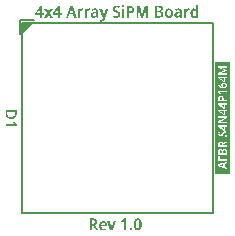
<source format=gto>
G04 Layer: TopSilkscreenLayer*
G04 EasyEDA v6.5.51, 2025-11-13 20:27:25*
G04 8135d319d6174492bdc44f612489c6fc,9a5be75d700b4a6385dc1106f27949ae,10*
G04 Gerber Generator version 0.2*
G04 Scale: 100 percent, Rotated: No, Reflected: No *
G04 Dimensions in millimeters *
G04 leading zeros omitted , absolute positions ,4 integer and 5 decimal *
%FSLAX45Y45*%
%MOMM*%

%ADD10C,0.1524*%
%ADD11C,0.0183*%

%LPD*%
G36*
X1824989Y-525018D02*
G01*
X1824989Y-561187D01*
X1922932Y-561187D01*
X1922932Y-574141D01*
X1879244Y-573989D01*
X1863496Y-573379D01*
X1863496Y-573887D01*
X1922932Y-591921D01*
X1922932Y-604367D01*
X1863496Y-622147D01*
X1863496Y-622655D01*
X1869338Y-622147D01*
X1881428Y-621690D01*
X1922932Y-621639D01*
X1922932Y-633831D01*
X1850288Y-633831D01*
X1850288Y-615289D01*
X1907438Y-598017D01*
X1907438Y-597763D01*
X1850288Y-579983D01*
X1850288Y-561187D01*
X1824989Y-561187D01*
X1824989Y-665581D01*
X1850288Y-665581D01*
X1850288Y-652627D01*
X1897024Y-652627D01*
X1897024Y-643991D01*
X1907438Y-643991D01*
X1907438Y-652627D01*
X1922932Y-652627D01*
X1922932Y-665835D01*
X1907438Y-665835D01*
X1907438Y-695807D01*
X1897786Y-695807D01*
X1850288Y-665581D01*
X1824989Y-665581D01*
X1824989Y-714857D01*
X1849526Y-714857D01*
X1849932Y-707644D01*
X1850288Y-705713D01*
X1860956Y-705713D01*
X1860346Y-707593D01*
X1859737Y-712114D01*
X1859686Y-714603D01*
X1860194Y-720191D01*
X1860854Y-722579D01*
X1861718Y-724763D01*
X1862734Y-726592D01*
X1865375Y-729742D01*
X1867052Y-731113D01*
X1870659Y-733044D01*
X1874926Y-734415D01*
X1879701Y-735431D01*
X1884832Y-735939D01*
X1884832Y-735177D01*
X1882597Y-733704D01*
X1880514Y-731875D01*
X1878888Y-729640D01*
X1877466Y-727049D01*
X1876704Y-724001D01*
X1876450Y-720445D01*
X1876602Y-717499D01*
X1877110Y-714756D01*
X1877872Y-712266D01*
X1878990Y-710031D01*
X1880514Y-707999D01*
X1882343Y-706221D01*
X1884476Y-704697D01*
X1886864Y-703427D01*
X1889556Y-702310D01*
X1892452Y-701497D01*
X1895652Y-701040D01*
X1899056Y-700887D01*
X1902764Y-701040D01*
X1906168Y-701548D01*
X1909368Y-702462D01*
X1912264Y-703681D01*
X1914906Y-705205D01*
X1917242Y-707085D01*
X1919224Y-709269D01*
X1920900Y-711809D01*
X1922221Y-714451D01*
X1923186Y-717296D01*
X1923745Y-720394D01*
X1923948Y-723747D01*
X1923846Y-726338D01*
X1922830Y-731164D01*
X1920900Y-735584D01*
X1919579Y-737616D01*
X1917954Y-739546D01*
X1914042Y-742848D01*
X1909064Y-745490D01*
X1906168Y-746607D01*
X1903018Y-747369D01*
X1899564Y-747928D01*
X1891944Y-748385D01*
X1885848Y-748182D01*
X1879752Y-747623D01*
X1873808Y-746455D01*
X1868068Y-744575D01*
X1862988Y-742086D01*
X1858416Y-738733D01*
X1856486Y-736701D01*
X1854758Y-734415D01*
X1853184Y-731875D01*
X1851812Y-729081D01*
X1850796Y-725982D01*
X1850085Y-722579D01*
X1849678Y-718870D01*
X1849526Y-714857D01*
X1824989Y-714857D01*
X1824989Y-768451D01*
X1922932Y-768451D01*
X1922932Y-782167D01*
X1874316Y-782015D01*
X1864004Y-781659D01*
X1866544Y-783945D01*
X1875688Y-794359D01*
X1867814Y-801217D01*
X1850288Y-780135D01*
X1850288Y-768451D01*
X1824989Y-768451D01*
X1824989Y-858367D01*
X1850288Y-858367D01*
X1850288Y-837285D01*
X1850694Y-831087D01*
X1851812Y-825855D01*
X1853742Y-821436D01*
X1856384Y-817981D01*
X1859584Y-815187D01*
X1863394Y-813206D01*
X1867712Y-811987D01*
X1872640Y-811631D01*
X1875637Y-811784D01*
X1878533Y-812241D01*
X1881378Y-813053D01*
X1884070Y-814171D01*
X1886712Y-815594D01*
X1889099Y-817473D01*
X1891182Y-819658D01*
X1892960Y-822299D01*
X1894433Y-825449D01*
X1895449Y-829157D01*
X1896059Y-833323D01*
X1896262Y-844651D01*
X1922932Y-844651D01*
X1922932Y-858367D01*
X1824989Y-858367D01*
X1824989Y-889863D01*
X1850288Y-889863D01*
X1850288Y-876909D01*
X1897024Y-876909D01*
X1897024Y-868527D01*
X1907438Y-868527D01*
X1907438Y-876909D01*
X1922932Y-876909D01*
X1922932Y-890371D01*
X1907438Y-890371D01*
X1907438Y-920089D01*
X1897786Y-920089D01*
X1850288Y-889863D01*
X1824989Y-889863D01*
X1824989Y-944727D01*
X1850288Y-944727D01*
X1850288Y-932027D01*
X1897024Y-932027D01*
X1897024Y-923391D01*
X1907438Y-923391D01*
X1907438Y-932027D01*
X1922932Y-932027D01*
X1922932Y-945235D01*
X1907438Y-945235D01*
X1907438Y-974953D01*
X1897786Y-974953D01*
X1850288Y-944727D01*
X1824989Y-944727D01*
X1824989Y-985367D01*
X1922932Y-985367D01*
X1922932Y-1002385D01*
X1866036Y-1033119D01*
X1866036Y-1033373D01*
X1881022Y-1032611D01*
X1922932Y-1032611D01*
X1922932Y-1044803D01*
X1850288Y-1044803D01*
X1850288Y-1027785D01*
X1906930Y-997305D01*
X1906930Y-996797D01*
X1892452Y-997559D01*
X1850288Y-997559D01*
X1850288Y-985367D01*
X1824989Y-985367D01*
X1824989Y-1076299D01*
X1850288Y-1076299D01*
X1850288Y-1063599D01*
X1897024Y-1063599D01*
X1897024Y-1054963D01*
X1907438Y-1054963D01*
X1907438Y-1063599D01*
X1922932Y-1063599D01*
X1922932Y-1076807D01*
X1907438Y-1076807D01*
X1907438Y-1106525D01*
X1897786Y-1106525D01*
X1850288Y-1076299D01*
X1824989Y-1076299D01*
X1824989Y-1132941D01*
X1849272Y-1132941D01*
X1849577Y-1127252D01*
X1850542Y-1122019D01*
X1852066Y-1117295D01*
X1854098Y-1112875D01*
X1864512Y-1116939D01*
X1862734Y-1121156D01*
X1861464Y-1125321D01*
X1860702Y-1129284D01*
X1860448Y-1133195D01*
X1860702Y-1136142D01*
X1861464Y-1138529D01*
X1862734Y-1140460D01*
X1864512Y-1141831D01*
X1866493Y-1142593D01*
X1868830Y-1142847D01*
X1871624Y-1142492D01*
X1873910Y-1141577D01*
X1875891Y-1139647D01*
X1877720Y-1137005D01*
X1884324Y-1123950D01*
X1886864Y-1119733D01*
X1889912Y-1116431D01*
X1891639Y-1115161D01*
X1895602Y-1113231D01*
X1900428Y-1112215D01*
X1906219Y-1112266D01*
X1909114Y-1112774D01*
X1911807Y-1113688D01*
X1914296Y-1114907D01*
X1916480Y-1116584D01*
X1918360Y-1118565D01*
X1920036Y-1120902D01*
X1921408Y-1123543D01*
X1922525Y-1126490D01*
X1923338Y-1129792D01*
X1923796Y-1133500D01*
X1923948Y-1139393D01*
X1923694Y-1143050D01*
X1922525Y-1149756D01*
X1921662Y-1152702D01*
X1919884Y-1157071D01*
X1907692Y-1157071D01*
X1909673Y-1152296D01*
X1911502Y-1147165D01*
X1912670Y-1141882D01*
X1913026Y-1136751D01*
X1912772Y-1133246D01*
X1912010Y-1130401D01*
X1910537Y-1128369D01*
X1908708Y-1126845D01*
X1906473Y-1125880D01*
X1903882Y-1125575D01*
X1901037Y-1125931D01*
X1898548Y-1127099D01*
X1896567Y-1128979D01*
X1894738Y-1131671D01*
X1892909Y-1135126D01*
X1888794Y-1143914D01*
X1886356Y-1147927D01*
X1884984Y-1149807D01*
X1883359Y-1151483D01*
X1881530Y-1152855D01*
X1877314Y-1154988D01*
X1874875Y-1155700D01*
X1872132Y-1156157D01*
X1869084Y-1156309D01*
X1866138Y-1156106D01*
X1863394Y-1155598D01*
X1860804Y-1154734D01*
X1858416Y-1153515D01*
X1856384Y-1151839D01*
X1854606Y-1149858D01*
X1853082Y-1147622D01*
X1851812Y-1145133D01*
X1850694Y-1142339D01*
X1849932Y-1139393D01*
X1849424Y-1136243D01*
X1849272Y-1132941D01*
X1824989Y-1132941D01*
X1824989Y-1164437D01*
X1901088Y-1164437D01*
X1901088Y-1189329D01*
X1890420Y-1189329D01*
X1890420Y-1164437D01*
X1824989Y-1164437D01*
X1824989Y-1245971D01*
X1850288Y-1245971D01*
X1850440Y-1221384D01*
X1850948Y-1217523D01*
X1851710Y-1214018D01*
X1852828Y-1210919D01*
X1854098Y-1208176D01*
X1855673Y-1205738D01*
X1857552Y-1203706D01*
X1859686Y-1202029D01*
X1862226Y-1200810D01*
X1865071Y-1199896D01*
X1868220Y-1199388D01*
X1874215Y-1199337D01*
X1876602Y-1199642D01*
X1878787Y-1200200D01*
X1882597Y-1201928D01*
X1885797Y-1204214D01*
X1888236Y-1207008D01*
X1890928Y-1211935D01*
X1922932Y-1192377D01*
X1922932Y-1207871D01*
X1894230Y-1223619D01*
X1894230Y-1232255D01*
X1922932Y-1232255D01*
X1922932Y-1245971D01*
X1824989Y-1245971D01*
X1824989Y-1309471D01*
X1850288Y-1309471D01*
X1850389Y-1283766D01*
X1851304Y-1276248D01*
X1852066Y-1273149D01*
X1853082Y-1270304D01*
X1854403Y-1267866D01*
X1856028Y-1265834D01*
X1857908Y-1264259D01*
X1860092Y-1262888D01*
X1862632Y-1261973D01*
X1865426Y-1261364D01*
X1870608Y-1261313D01*
X1872538Y-1261567D01*
X1876196Y-1262735D01*
X1879193Y-1264310D01*
X1880463Y-1265326D01*
X1882546Y-1267866D01*
X1883968Y-1270914D01*
X1884324Y-1272641D01*
X1884832Y-1272641D01*
X1885899Y-1269187D01*
X1888642Y-1264564D01*
X1891284Y-1262176D01*
X1894890Y-1260398D01*
X1897024Y-1259840D01*
X1902104Y-1259433D01*
X1905304Y-1259586D01*
X1908200Y-1260195D01*
X1910892Y-1261110D01*
X1913280Y-1262481D01*
X1915566Y-1264158D01*
X1917496Y-1266139D01*
X1919122Y-1268476D01*
X1921510Y-1273911D01*
X1922322Y-1277061D01*
X1922780Y-1280515D01*
X1922932Y-1284325D01*
X1922932Y-1309471D01*
X1824989Y-1309471D01*
X1824989Y-1321663D01*
X1861210Y-1321663D01*
X1861210Y-1347317D01*
X1882546Y-1347317D01*
X1882546Y-1323441D01*
X1893468Y-1323441D01*
X1893468Y-1347317D01*
X1922932Y-1347317D01*
X1922932Y-1360779D01*
X1850288Y-1360779D01*
X1850288Y-1321663D01*
X1824989Y-1321663D01*
X1824989Y-1410055D01*
X1850034Y-1410055D01*
X1850034Y-1393799D01*
X1922932Y-1369161D01*
X1922932Y-1383893D01*
X1903628Y-1389481D01*
X1903628Y-1414119D01*
X1922932Y-1419707D01*
X1922932Y-1434439D01*
X1850034Y-1410055D01*
X1824989Y-1410055D01*
X1824989Y-1470710D01*
X1948332Y-1470710D01*
X1948332Y-525018D01*
G37*
G36*
X1864766Y-665327D02*
G01*
X1864766Y-665835D01*
X1870811Y-668629D01*
X1897024Y-683615D01*
X1897024Y-665835D01*
X1871624Y-665835D01*
G37*
G36*
X1899056Y-714095D02*
G01*
X1896313Y-714248D01*
X1893874Y-714705D01*
X1891741Y-715518D01*
X1889912Y-716635D01*
X1888388Y-717956D01*
X1887270Y-719582D01*
X1886610Y-721614D01*
X1886356Y-724001D01*
X1886457Y-725576D01*
X1887372Y-728522D01*
X1888947Y-730910D01*
X1890979Y-732840D01*
X1892198Y-733653D01*
X1894992Y-734568D01*
X1897786Y-734923D01*
X1900580Y-734720D01*
X1906066Y-733399D01*
X1908454Y-732129D01*
X1910486Y-730656D01*
X1912010Y-728827D01*
X1913178Y-726643D01*
X1913534Y-724255D01*
X1913331Y-722071D01*
X1912670Y-720090D01*
X1911553Y-718362D01*
X1909978Y-716889D01*
X1907946Y-715670D01*
X1905457Y-714756D01*
X1902510Y-714248D01*
G37*
G36*
X1873148Y-825347D02*
G01*
X1870303Y-825500D01*
X1867814Y-826109D01*
X1865731Y-827024D01*
X1864004Y-828395D01*
X1862785Y-830122D01*
X1861921Y-832256D01*
X1861413Y-834796D01*
X1861210Y-837793D01*
X1861210Y-844651D01*
X1885340Y-844651D01*
X1885289Y-837387D01*
X1884629Y-833577D01*
X1883359Y-830478D01*
X1881479Y-828090D01*
X1880260Y-827125D01*
X1878787Y-826312D01*
X1877110Y-825753D01*
G37*
G36*
X1864766Y-889863D02*
G01*
X1864766Y-890117D01*
X1871725Y-893419D01*
X1897024Y-907897D01*
X1897024Y-890371D01*
X1871624Y-890117D01*
X1868576Y-889863D01*
G37*
G36*
X1864766Y-944727D02*
G01*
X1864766Y-945235D01*
X1870811Y-948029D01*
X1897024Y-963015D01*
X1897024Y-945235D01*
X1872792Y-945083D01*
G37*
G36*
X1864766Y-1076299D02*
G01*
X1864766Y-1076807D01*
X1870811Y-1079601D01*
X1897024Y-1094587D01*
X1897024Y-1076807D01*
X1872792Y-1076655D01*
G37*
G36*
X1872132Y-1212951D02*
G01*
X1868525Y-1213307D01*
X1865782Y-1214475D01*
X1863750Y-1216304D01*
X1862226Y-1218793D01*
X1861464Y-1222197D01*
X1861210Y-1226413D01*
X1861210Y-1232255D01*
X1883562Y-1232255D01*
X1883511Y-1223975D01*
X1882851Y-1220266D01*
X1881581Y-1217472D01*
X1879701Y-1215288D01*
X1877161Y-1213815D01*
X1875637Y-1213307D01*
G37*
G36*
X1900834Y-1273657D02*
G01*
X1897786Y-1273911D01*
X1895246Y-1274673D01*
X1893214Y-1276299D01*
X1891690Y-1278737D01*
X1890725Y-1282039D01*
X1890420Y-1286357D01*
X1890420Y-1295755D01*
X1912010Y-1295755D01*
X1912010Y-1285849D01*
X1911807Y-1282649D01*
X1911248Y-1280007D01*
X1910283Y-1277823D01*
X1908962Y-1276197D01*
X1907336Y-1275080D01*
X1905406Y-1274267D01*
X1903272Y-1273810D01*
G37*
G36*
X1870354Y-1275181D02*
G01*
X1868119Y-1275334D01*
X1866188Y-1275943D01*
X1864563Y-1276858D01*
X1863242Y-1278229D01*
X1862378Y-1279956D01*
X1861718Y-1282090D01*
X1861210Y-1287627D01*
X1861210Y-1295755D01*
X1880006Y-1295755D01*
X1879854Y-1283817D01*
X1879396Y-1281277D01*
X1878584Y-1279245D01*
X1877466Y-1277721D01*
X1876196Y-1276604D01*
X1874570Y-1275791D01*
X1872640Y-1275334D01*
G37*
G36*
X1892452Y-1392783D02*
G01*
X1870964Y-1399235D01*
X1860702Y-1401927D01*
X1864410Y-1402537D01*
X1873910Y-1404975D01*
X1892452Y-1410817D01*
G37*
G36*
X1661718Y-43688D02*
G01*
X1661871Y-75742D01*
X1662734Y-83820D01*
X1662226Y-83820D01*
X1660042Y-80873D01*
X1657400Y-78232D01*
X1654200Y-75946D01*
X1650542Y-74168D01*
X1646428Y-72999D01*
X1641652Y-72644D01*
X1635709Y-73304D01*
X1630375Y-75184D01*
X1625549Y-78384D01*
X1621332Y-82804D01*
X1615643Y-95148D01*
X1613741Y-112522D01*
X1632762Y-112522D01*
X1633016Y-106781D01*
X1633677Y-101752D01*
X1634794Y-97383D01*
X1636318Y-93726D01*
X1638452Y-90830D01*
X1640890Y-88747D01*
X1643786Y-87528D01*
X1646986Y-87122D01*
X1651203Y-87528D01*
X1654708Y-88696D01*
X1657451Y-90678D01*
X1659432Y-93472D01*
X1660906Y-97129D01*
X1661922Y-101447D01*
X1662531Y-106527D01*
X1662734Y-114554D01*
X1662531Y-119887D01*
X1661871Y-124510D01*
X1660753Y-128422D01*
X1659178Y-131572D01*
X1657096Y-134010D01*
X1654454Y-135788D01*
X1651152Y-136804D01*
X1647240Y-137160D01*
X1643888Y-136753D01*
X1640992Y-135585D01*
X1638452Y-133604D01*
X1636318Y-130810D01*
X1634794Y-127304D01*
X1633677Y-123037D01*
X1633016Y-118160D01*
X1632762Y-112522D01*
X1613741Y-112522D01*
X1615643Y-129235D01*
X1621332Y-141478D01*
X1625447Y-145796D01*
X1630121Y-148894D01*
X1635353Y-150774D01*
X1641144Y-151384D01*
X1646123Y-150977D01*
X1650288Y-149860D01*
X1653844Y-148082D01*
X1656892Y-145796D01*
X1659534Y-143052D01*
X1661718Y-139954D01*
X1662480Y-139954D01*
X1666036Y-150114D01*
X1680260Y-150114D01*
X1680260Y-43688D01*
G37*
G36*
X1045260Y-44958D02*
G01*
X1043228Y-45059D01*
X1039672Y-46075D01*
X1038148Y-46990D01*
X1036828Y-48209D01*
X1035862Y-49784D01*
X1035303Y-51765D01*
X1035100Y-54102D01*
X1035303Y-56438D01*
X1035862Y-58419D01*
X1036828Y-59994D01*
X1038148Y-61214D01*
X1039672Y-62230D01*
X1041349Y-62941D01*
X1043228Y-63347D01*
X1045260Y-63500D01*
X1047242Y-63347D01*
X1049070Y-62941D01*
X1050798Y-62230D01*
X1052372Y-61214D01*
X1053592Y-59994D01*
X1054506Y-58419D01*
X1055014Y-56438D01*
X1055166Y-54102D01*
X1055014Y-51765D01*
X1054506Y-49784D01*
X1053592Y-48209D01*
X1052372Y-46990D01*
X1050798Y-46075D01*
X1049070Y-45466D01*
G37*
G36*
X991920Y-48514D02*
G01*
X987247Y-48717D01*
X982878Y-49326D01*
X978763Y-50393D01*
X974902Y-51816D01*
X971448Y-53644D01*
X968400Y-55829D01*
X965708Y-58318D01*
X963472Y-61214D01*
X961694Y-64414D01*
X960424Y-67970D01*
X959662Y-71780D01*
X959408Y-75946D01*
X959612Y-80060D01*
X960272Y-83820D01*
X961288Y-87172D01*
X962710Y-90170D01*
X964387Y-92964D01*
X966368Y-95453D01*
X968603Y-97637D01*
X971092Y-99568D01*
X976630Y-102920D01*
X982522Y-105918D01*
X988720Y-108458D01*
X993444Y-110998D01*
X997203Y-113639D01*
X998677Y-115112D01*
X1000709Y-118059D01*
X1001725Y-121615D01*
X1001725Y-125526D01*
X1001471Y-127254D01*
X1000302Y-130302D01*
X998169Y-132842D01*
X995222Y-134874D01*
X991412Y-136042D01*
X986586Y-136398D01*
X979424Y-135839D01*
X975817Y-135128D01*
X968502Y-132943D01*
X958646Y-129032D01*
X958646Y-145796D01*
X962406Y-147421D01*
X966520Y-148844D01*
X970787Y-150012D01*
X975410Y-150876D01*
X980236Y-151282D01*
X985570Y-151384D01*
X991057Y-151180D01*
X996137Y-150520D01*
X1000709Y-149402D01*
X1004874Y-147828D01*
X1008481Y-145948D01*
X1011631Y-143713D01*
X1014323Y-141020D01*
X1016558Y-137922D01*
X1018336Y-134569D01*
X1019606Y-130911D01*
X1020368Y-126949D01*
X1020622Y-122682D01*
X1020470Y-118922D01*
X1019962Y-115468D01*
X1019048Y-112318D01*
X1017828Y-109474D01*
X1016304Y-106883D01*
X1014476Y-104495D01*
X1012393Y-102311D01*
X1009954Y-100330D01*
X1004112Y-96774D01*
X988415Y-88950D01*
X984199Y-86360D01*
X981151Y-83667D01*
X979982Y-82296D01*
X978662Y-79197D01*
X978204Y-75438D01*
X978611Y-72237D01*
X979728Y-69342D01*
X981456Y-67056D01*
X984046Y-65278D01*
X985570Y-64617D01*
X989279Y-63855D01*
X994105Y-63855D01*
X999591Y-64617D01*
X1005179Y-66141D01*
X1010869Y-68275D01*
X1013764Y-69596D01*
X1019606Y-55117D01*
X1013358Y-52374D01*
X1006652Y-50292D01*
X999540Y-48971D01*
X995832Y-48615D01*
G37*
G36*
X595172Y-49530D02*
G01*
X575614Y-108204D01*
X594156Y-108204D01*
X603707Y-76504D01*
X606602Y-64262D01*
X609650Y-76962D01*
X619302Y-108204D01*
X575614Y-108204D01*
X561644Y-150114D01*
X581710Y-150114D01*
X589584Y-123444D01*
X623620Y-123444D01*
X631240Y-150114D01*
X651560Y-150114D01*
X617778Y-49530D01*
G37*
G36*
X343966Y-49784D02*
G01*
X303118Y-114046D01*
X319074Y-114046D01*
X340309Y-76809D01*
X343458Y-69850D01*
X343966Y-69850D01*
X343458Y-85598D01*
X343458Y-114046D01*
X303118Y-114046D01*
X302310Y-115316D01*
X302310Y-128524D01*
X343458Y-128524D01*
X343458Y-150114D01*
X361746Y-150114D01*
X361746Y-128524D01*
X373430Y-128524D01*
X373430Y-114046D01*
X361746Y-114046D01*
X361746Y-49784D01*
G37*
G36*
X495604Y-49784D02*
G01*
X455005Y-114046D01*
X470712Y-114046D01*
X490677Y-79502D01*
X495350Y-69850D01*
X495858Y-69850D01*
X495096Y-85598D01*
X495096Y-114046D01*
X455005Y-114046D01*
X454202Y-115316D01*
X454202Y-128524D01*
X495096Y-128524D01*
X495096Y-150114D01*
X513384Y-150114D01*
X513384Y-128524D01*
X525322Y-128524D01*
X525322Y-114046D01*
X513384Y-114046D01*
X513384Y-49784D01*
G37*
G36*
X1076248Y-50038D02*
G01*
X1076248Y-64769D01*
X1104442Y-64769D01*
X1108506Y-65024D01*
X1112012Y-65786D01*
X1115009Y-67056D01*
X1117396Y-68834D01*
X1119174Y-71120D01*
X1120444Y-73964D01*
X1121206Y-77368D01*
X1121460Y-81280D01*
X1121359Y-84175D01*
X1120902Y-86817D01*
X1120190Y-89154D01*
X1119174Y-91186D01*
X1117904Y-92862D01*
X1116380Y-94284D01*
X1114602Y-95504D01*
X1112570Y-96520D01*
X1110335Y-97282D01*
X1105103Y-98196D01*
X1095044Y-98298D01*
X1095044Y-64769D01*
X1076248Y-64769D01*
X1076248Y-150114D01*
X1095044Y-150114D01*
X1095044Y-113283D01*
X1103934Y-113283D01*
X1110437Y-112979D01*
X1116279Y-112115D01*
X1121359Y-110693D01*
X1125778Y-108712D01*
X1129436Y-106222D01*
X1132535Y-103378D01*
X1135024Y-100126D01*
X1136954Y-96520D01*
X1138529Y-92760D01*
X1139647Y-88849D01*
X1140307Y-84734D01*
X1140510Y-80518D01*
X1138377Y-67818D01*
X1131874Y-58166D01*
X1120902Y-52069D01*
X1105204Y-50038D01*
G37*
G36*
X1158290Y-50038D02*
G01*
X1158290Y-150114D01*
X1175054Y-150114D01*
X1174953Y-90017D01*
X1173784Y-68072D01*
X1174546Y-68072D01*
X1198676Y-150114D01*
X1215948Y-150114D01*
X1241094Y-68326D01*
X1241602Y-68326D01*
X1241094Y-76200D01*
X1240739Y-89712D01*
X1240586Y-150114D01*
X1258366Y-150114D01*
X1258366Y-50038D01*
X1232458Y-50038D01*
X1208074Y-128524D01*
X1207820Y-128524D01*
X1183944Y-50038D01*
G37*
G36*
X1316024Y-50038D02*
G01*
X1316024Y-64769D01*
X1345996Y-64769D01*
X1350162Y-64973D01*
X1353718Y-65532D01*
X1356614Y-66497D01*
X1358950Y-67818D01*
X1360728Y-69545D01*
X1361998Y-71780D01*
X1362760Y-74371D01*
X1363014Y-77470D01*
X1362811Y-80568D01*
X1362202Y-83261D01*
X1361186Y-85496D01*
X1359712Y-87376D01*
X1357579Y-88798D01*
X1354785Y-89865D01*
X1351229Y-90474D01*
X1347012Y-90678D01*
X1334820Y-90678D01*
X1334820Y-64769D01*
X1316024Y-64769D01*
X1316024Y-105156D01*
X1351026Y-105257D01*
X1353870Y-105613D01*
X1356360Y-106172D01*
X1358442Y-106933D01*
X1360220Y-107899D01*
X1362913Y-110439D01*
X1364437Y-113639D01*
X1364945Y-115468D01*
X1365300Y-119633D01*
X1365097Y-122986D01*
X1364437Y-125983D01*
X1363319Y-128574D01*
X1361744Y-130810D01*
X1359509Y-132689D01*
X1356563Y-134061D01*
X1352905Y-134874D01*
X1348536Y-135128D01*
X1334820Y-135128D01*
X1334820Y-105156D01*
X1316024Y-105156D01*
X1316024Y-150114D01*
X1350568Y-150114D01*
X1355750Y-149910D01*
X1360474Y-149199D01*
X1364894Y-148132D01*
X1368856Y-146558D01*
X1372463Y-144729D01*
X1375664Y-142494D01*
X1378458Y-139903D01*
X1380794Y-136906D01*
X1382572Y-133451D01*
X1383842Y-129743D01*
X1384604Y-125730D01*
X1384858Y-121412D01*
X1384757Y-117652D01*
X1384300Y-114300D01*
X1383588Y-111302D01*
X1382572Y-108712D01*
X1381201Y-106426D01*
X1379626Y-104394D01*
X1377797Y-102616D01*
X1375714Y-101092D01*
X1371498Y-98907D01*
X1366824Y-97536D01*
X1366824Y-97028D01*
X1369161Y-96418D01*
X1371295Y-95504D01*
X1373225Y-94335D01*
X1376629Y-91440D01*
X1378153Y-89662D01*
X1379423Y-87630D01*
X1381455Y-83007D01*
X1382471Y-77927D01*
X1382572Y-75184D01*
X1382318Y-70713D01*
X1381556Y-66802D01*
X1380286Y-63398D01*
X1378508Y-60452D01*
X1376222Y-57861D01*
X1373378Y-55676D01*
X1370025Y-53949D01*
X1366062Y-52578D01*
X1361744Y-51460D01*
X1356817Y-50647D01*
X1351330Y-50190D01*
G37*
G36*
X700328Y-72644D02*
G01*
X698093Y-72745D01*
X693775Y-73761D01*
X691692Y-74676D01*
X688035Y-77012D01*
X684580Y-80010D01*
X681786Y-83515D01*
X679500Y-87376D01*
X678484Y-87376D01*
X675944Y-74168D01*
X661720Y-74168D01*
X661720Y-150114D01*
X680262Y-150114D01*
X680364Y-108051D01*
X681126Y-103225D01*
X681786Y-101092D01*
X683768Y-97332D01*
X686104Y-94234D01*
X689051Y-91998D01*
X692200Y-90424D01*
X695604Y-89458D01*
X699058Y-89154D01*
X704748Y-89560D01*
X706170Y-89916D01*
X707948Y-73406D01*
X706323Y-72999D01*
G37*
G36*
X759002Y-72644D02*
G01*
X756666Y-72745D01*
X752348Y-73761D01*
X748436Y-75793D01*
X746556Y-77012D01*
X743254Y-80010D01*
X740308Y-83515D01*
X737920Y-87376D01*
X736904Y-87376D01*
X734364Y-74168D01*
X720140Y-74168D01*
X720140Y-150114D01*
X738682Y-150114D01*
X738682Y-110744D01*
X739140Y-105562D01*
X740460Y-101092D01*
X742340Y-97332D01*
X744778Y-94234D01*
X747522Y-91998D01*
X750620Y-90424D01*
X754024Y-89458D01*
X757478Y-89154D01*
X762457Y-89458D01*
X764844Y-89916D01*
X766368Y-73406D01*
X764946Y-72999D01*
G37*
G36*
X806246Y-72644D02*
G01*
X802386Y-72745D01*
X794867Y-73660D01*
X791260Y-74422D01*
X784555Y-76657D01*
X778560Y-79248D01*
X784402Y-91694D01*
X794308Y-87630D01*
X799388Y-86461D01*
X804468Y-86106D01*
X807110Y-86309D01*
X809447Y-86868D01*
X811428Y-87833D01*
X813104Y-89154D01*
X814324Y-90932D01*
X815238Y-93268D01*
X815746Y-96164D01*
X815898Y-103124D01*
X803960Y-103632D01*
X789736Y-105562D01*
X779576Y-110235D01*
X776020Y-113537D01*
X773480Y-117551D01*
X771956Y-122275D01*
X771461Y-128016D01*
X790498Y-128016D01*
X790752Y-125120D01*
X791464Y-122529D01*
X792683Y-120294D01*
X794308Y-118364D01*
X796645Y-116789D01*
X799744Y-115620D01*
X803605Y-114909D01*
X816152Y-114046D01*
X816152Y-120650D01*
X815898Y-124714D01*
X815035Y-128219D01*
X813612Y-131165D01*
X811580Y-133604D01*
X809193Y-135585D01*
X806500Y-137007D01*
X803605Y-137871D01*
X800404Y-138176D01*
X798271Y-138023D01*
X796290Y-137566D01*
X794562Y-136753D01*
X793038Y-135636D01*
X791921Y-134315D01*
X791159Y-132588D01*
X790651Y-130505D01*
X790498Y-128016D01*
X771461Y-128016D01*
X771652Y-131673D01*
X772160Y-135178D01*
X773023Y-138379D01*
X774242Y-141224D01*
X775919Y-143611D01*
X777798Y-145694D01*
X779983Y-147421D01*
X782370Y-148844D01*
X784910Y-149961D01*
X787603Y-150774D01*
X790498Y-151231D01*
X796493Y-151282D01*
X801573Y-150672D01*
X805789Y-149504D01*
X809498Y-147574D01*
X812749Y-144830D01*
X817422Y-139446D01*
X817930Y-139446D01*
X821740Y-150114D01*
X834694Y-150114D01*
X834694Y-99060D01*
X834237Y-92659D01*
X832866Y-87172D01*
X830580Y-82651D01*
X827328Y-78994D01*
X823264Y-76200D01*
X818388Y-74218D01*
X812749Y-73050D01*
G37*
G36*
X1432610Y-72644D02*
G01*
X1427480Y-72948D01*
X1422654Y-73812D01*
X1418183Y-75234D01*
X1414068Y-77216D01*
X1410462Y-79756D01*
X1407312Y-82854D01*
X1404518Y-86512D01*
X1402130Y-90678D01*
X1400352Y-95250D01*
X1399082Y-100330D01*
X1398320Y-105918D01*
X1398066Y-112014D01*
X1416862Y-112014D01*
X1417116Y-106273D01*
X1417777Y-101295D01*
X1418894Y-97028D01*
X1420418Y-93472D01*
X1422603Y-90678D01*
X1425346Y-88696D01*
X1428597Y-87528D01*
X1432356Y-87122D01*
X1435049Y-87274D01*
X1437436Y-87833D01*
X1439621Y-88696D01*
X1441500Y-89916D01*
X1443075Y-91490D01*
X1444447Y-93421D01*
X1445615Y-95656D01*
X1446580Y-98298D01*
X1447749Y-104495D01*
X1448104Y-112014D01*
X1447749Y-119329D01*
X1446580Y-125476D01*
X1445615Y-128219D01*
X1444447Y-130556D01*
X1443075Y-132537D01*
X1441500Y-134112D01*
X1439621Y-135432D01*
X1437538Y-136398D01*
X1435201Y-136956D01*
X1432610Y-137160D01*
X1429969Y-136956D01*
X1427530Y-136398D01*
X1425397Y-135432D01*
X1423466Y-134112D01*
X1421942Y-132537D01*
X1420571Y-130556D01*
X1419402Y-128219D01*
X1418386Y-125476D01*
X1417269Y-119329D01*
X1416862Y-112014D01*
X1398066Y-112014D01*
X1398219Y-116585D01*
X1398727Y-120904D01*
X1399489Y-124968D01*
X1400606Y-128778D01*
X1402029Y-132232D01*
X1403654Y-135432D01*
X1405585Y-138430D01*
X1407718Y-141224D01*
X1410157Y-143611D01*
X1412748Y-145694D01*
X1415592Y-147421D01*
X1418640Y-148844D01*
X1421892Y-149961D01*
X1425244Y-150774D01*
X1428750Y-151231D01*
X1432356Y-151384D01*
X1436217Y-151231D01*
X1439926Y-150774D01*
X1443482Y-149961D01*
X1446834Y-148844D01*
X1449933Y-147421D01*
X1452778Y-145694D01*
X1455369Y-143611D01*
X1457756Y-141224D01*
X1459941Y-138430D01*
X1461770Y-135432D01*
X1463344Y-132232D01*
X1464614Y-128778D01*
X1465630Y-124968D01*
X1466342Y-120904D01*
X1466799Y-116585D01*
X1466900Y-112014D01*
X1466646Y-105918D01*
X1465834Y-100330D01*
X1464513Y-95250D01*
X1462582Y-90678D01*
X1460195Y-86614D01*
X1457401Y-83007D01*
X1454099Y-79857D01*
X1450390Y-77216D01*
X1446428Y-75234D01*
X1442161Y-73761D01*
X1437538Y-72948D01*
G37*
G36*
X1513636Y-72644D02*
G01*
X1509776Y-72745D01*
X1502257Y-73660D01*
X1498650Y-74422D01*
X1491945Y-76657D01*
X1485950Y-79248D01*
X1491538Y-91694D01*
X1499158Y-88544D01*
X1504238Y-86969D01*
X1509318Y-86207D01*
X1511858Y-86106D01*
X1514398Y-86309D01*
X1516634Y-86868D01*
X1518615Y-87833D01*
X1520240Y-89154D01*
X1521612Y-90932D01*
X1522526Y-93268D01*
X1523136Y-96164D01*
X1523288Y-103124D01*
X1511350Y-103632D01*
X1496974Y-105562D01*
X1486712Y-110235D01*
X1483156Y-113537D01*
X1480616Y-117551D01*
X1479092Y-122275D01*
X1478597Y-128016D01*
X1497634Y-128016D01*
X1497888Y-125120D01*
X1498650Y-122529D01*
X1499920Y-120294D01*
X1501698Y-118364D01*
X1503984Y-116789D01*
X1507032Y-115620D01*
X1510842Y-114909D01*
X1523542Y-114046D01*
X1523542Y-120650D01*
X1523238Y-124714D01*
X1522374Y-128219D01*
X1520850Y-131165D01*
X1518716Y-133604D01*
X1516329Y-135585D01*
X1513636Y-137007D01*
X1510741Y-137871D01*
X1507540Y-138176D01*
X1505508Y-138023D01*
X1503629Y-137566D01*
X1501952Y-136753D01*
X1500428Y-135636D01*
X1499209Y-134315D01*
X1498346Y-132588D01*
X1497838Y-130505D01*
X1497634Y-128016D01*
X1478597Y-128016D01*
X1478788Y-131673D01*
X1479346Y-135178D01*
X1480312Y-138379D01*
X1481632Y-141224D01*
X1483207Y-143611D01*
X1485036Y-145694D01*
X1487119Y-147421D01*
X1489506Y-148844D01*
X1492148Y-149961D01*
X1494942Y-150774D01*
X1497838Y-151231D01*
X1503883Y-151282D01*
X1508963Y-150672D01*
X1513078Y-149504D01*
X1516786Y-147574D01*
X1520037Y-144830D01*
X1524812Y-139446D01*
X1525320Y-139446D01*
X1528876Y-150114D01*
X1541830Y-150114D01*
X1541830Y-99060D01*
X1541424Y-92659D01*
X1540052Y-87172D01*
X1537868Y-82651D01*
X1534718Y-78994D01*
X1530654Y-76200D01*
X1525778Y-74218D01*
X1520139Y-73050D01*
G37*
G36*
X1600504Y-72644D02*
G01*
X1598269Y-72745D01*
X1593951Y-73761D01*
X1589938Y-75793D01*
X1588058Y-77012D01*
X1584756Y-80010D01*
X1581810Y-83515D01*
X1579422Y-87376D01*
X1578406Y-87376D01*
X1575866Y-74168D01*
X1561642Y-74168D01*
X1561642Y-150114D01*
X1580184Y-150114D01*
X1580184Y-110744D01*
X1580642Y-105562D01*
X1581962Y-101092D01*
X1583842Y-97332D01*
X1586280Y-94234D01*
X1589176Y-91998D01*
X1592122Y-90424D01*
X1595526Y-89458D01*
X1598980Y-89154D01*
X1603959Y-89458D01*
X1606346Y-89916D01*
X1608124Y-73406D01*
X1606499Y-72999D01*
G37*
G36*
X378002Y-74168D02*
G01*
X401370Y-111252D01*
X376986Y-150114D01*
X398068Y-150114D01*
X413816Y-122428D01*
X429564Y-150114D01*
X450392Y-150114D01*
X425754Y-111252D01*
X449376Y-74168D01*
X428294Y-74168D01*
X413816Y-99822D01*
X399338Y-74168D01*
G37*
G36*
X844346Y-74168D02*
G01*
X872794Y-149606D01*
X870458Y-157835D01*
X868934Y-161239D01*
X866902Y-164236D01*
X864514Y-166674D01*
X861669Y-168402D01*
X858266Y-169316D01*
X855167Y-169418D01*
X851966Y-169164D01*
X848410Y-168402D01*
X848410Y-182372D01*
X855268Y-183540D01*
X862126Y-183489D01*
X865632Y-182930D01*
X868883Y-182067D01*
X871778Y-180848D01*
X874471Y-179273D01*
X877011Y-177393D01*
X879297Y-175209D01*
X881430Y-172720D01*
X883361Y-169926D01*
X885139Y-166878D01*
X888034Y-160020D01*
X918260Y-74168D01*
X898702Y-74168D01*
X884631Y-118872D01*
X881684Y-132842D01*
X881176Y-132842D01*
X880414Y-127508D01*
X879043Y-120904D01*
X864158Y-74168D01*
G37*
G36*
X1035862Y-74168D02*
G01*
X1035862Y-150114D01*
X1054404Y-150114D01*
X1054404Y-74168D01*
G37*
G36*
X1169162Y-1848612D02*
G01*
X1163472Y-1849018D01*
X1158443Y-1850136D01*
X1153972Y-1852015D01*
X1150112Y-1854707D01*
X1146810Y-1858111D01*
X1144016Y-1862124D01*
X1141730Y-1866849D01*
X1139952Y-1872234D01*
X1137462Y-1884883D01*
X1136650Y-1899920D01*
X1155192Y-1899920D01*
X1155496Y-1888540D01*
X1156462Y-1879346D01*
X1157224Y-1875536D01*
X1158189Y-1872234D01*
X1159357Y-1869439D01*
X1160780Y-1867154D01*
X1162558Y-1865375D01*
X1164539Y-1864106D01*
X1166723Y-1863343D01*
X1169162Y-1863089D01*
X1171600Y-1863343D01*
X1173784Y-1864106D01*
X1175766Y-1865375D01*
X1177544Y-1867154D01*
X1178966Y-1869439D01*
X1180134Y-1872284D01*
X1181100Y-1875688D01*
X1181862Y-1879600D01*
X1182827Y-1888743D01*
X1183132Y-1899920D01*
X1182827Y-1911146D01*
X1181862Y-1920493D01*
X1181100Y-1924304D01*
X1180134Y-1927606D01*
X1178966Y-1930400D01*
X1177544Y-1932686D01*
X1175766Y-1934464D01*
X1173784Y-1935734D01*
X1171600Y-1936496D01*
X1169162Y-1936750D01*
X1166723Y-1936496D01*
X1164539Y-1935734D01*
X1162558Y-1934464D01*
X1160780Y-1932686D01*
X1159357Y-1930400D01*
X1158189Y-1927606D01*
X1157224Y-1924304D01*
X1156462Y-1920493D01*
X1155496Y-1911146D01*
X1155192Y-1899920D01*
X1136650Y-1899920D01*
X1137513Y-1914855D01*
X1140206Y-1927606D01*
X1142136Y-1932990D01*
X1144524Y-1937715D01*
X1147470Y-1941728D01*
X1150874Y-1945132D01*
X1154684Y-1947925D01*
X1159002Y-1949907D01*
X1163828Y-1951075D01*
X1169162Y-1951482D01*
X1173429Y-1951278D01*
X1177442Y-1950618D01*
X1181049Y-1949500D01*
X1184402Y-1947925D01*
X1187297Y-1945944D01*
X1189939Y-1943607D01*
X1192276Y-1940864D01*
X1194308Y-1937766D01*
X1196187Y-1934260D01*
X1197813Y-1930400D01*
X1199134Y-1926132D01*
X1200150Y-1921510D01*
X1201318Y-1911400D01*
X1201674Y-1899920D01*
X1200861Y-1884883D01*
X1198372Y-1872234D01*
X1196340Y-1866747D01*
X1193850Y-1862023D01*
X1190904Y-1858010D01*
X1187450Y-1854707D01*
X1183640Y-1852015D01*
X1179322Y-1850136D01*
X1174496Y-1848967D01*
G37*
G36*
X761746Y-1850136D02*
G01*
X761746Y-1865122D01*
X788670Y-1865122D01*
X794461Y-1865426D01*
X799084Y-1866392D01*
X800963Y-1867255D01*
X802640Y-1868373D01*
X804011Y-1869693D01*
X805180Y-1871218D01*
X806043Y-1872996D01*
X806704Y-1875078D01*
X807110Y-1877466D01*
X807110Y-1882546D01*
X806704Y-1884781D01*
X806043Y-1886864D01*
X805180Y-1888743D01*
X804011Y-1890420D01*
X802640Y-1891842D01*
X800963Y-1893062D01*
X799084Y-1894078D01*
X797052Y-1894839D01*
X794715Y-1895398D01*
X792073Y-1895754D01*
X780542Y-1895856D01*
X780542Y-1865122D01*
X761746Y-1865122D01*
X761746Y-1949957D01*
X780542Y-1949957D01*
X780542Y-1910588D01*
X792734Y-1910588D01*
X814324Y-1949957D01*
X835660Y-1949957D01*
X808736Y-1906016D01*
X813308Y-1903577D01*
X817372Y-1900428D01*
X819302Y-1898650D01*
X820978Y-1896618D01*
X822452Y-1894332D01*
X824839Y-1889099D01*
X825652Y-1886153D01*
X826109Y-1882902D01*
X826262Y-1879346D01*
X826008Y-1874621D01*
X825246Y-1870303D01*
X823976Y-1866493D01*
X822198Y-1863089D01*
X819912Y-1859991D01*
X817118Y-1857298D01*
X813816Y-1855063D01*
X810006Y-1853184D01*
X805789Y-1851863D01*
X800963Y-1850898D01*
X795629Y-1850339D01*
X789686Y-1850136D01*
G37*
G36*
X1056132Y-1850136D02*
G01*
X1027176Y-1874012D01*
X1036574Y-1884934D01*
X1046987Y-1876043D01*
X1053846Y-1868678D01*
X1053592Y-1879752D01*
X1053592Y-1949957D01*
X1072134Y-1949957D01*
X1072134Y-1850136D01*
G37*
G36*
X875792Y-1872742D02*
G01*
X870966Y-1873046D01*
X866444Y-1873859D01*
X862228Y-1875332D01*
X858266Y-1877314D01*
X854557Y-1879854D01*
X851357Y-1882952D01*
X848614Y-1886610D01*
X846328Y-1890775D01*
X844448Y-1895449D01*
X843076Y-1900682D01*
X842645Y-1903730D01*
X861314Y-1903730D01*
X861872Y-1899564D01*
X862837Y-1895906D01*
X864158Y-1892807D01*
X865886Y-1890268D01*
X868019Y-1888286D01*
X870458Y-1886813D01*
X873150Y-1886000D01*
X876046Y-1885696D01*
X878230Y-1885848D01*
X880262Y-1886254D01*
X882040Y-1886966D01*
X883666Y-1887982D01*
X885088Y-1889252D01*
X887374Y-1892401D01*
X888237Y-1894332D01*
X889355Y-1898700D01*
X889762Y-1903730D01*
X842645Y-1903730D01*
X842264Y-1906422D01*
X842010Y-1912620D01*
X842314Y-1918817D01*
X843229Y-1924507D01*
X844702Y-1929638D01*
X846836Y-1934210D01*
X849325Y-1938274D01*
X852322Y-1941779D01*
X855675Y-1944725D01*
X859536Y-1947164D01*
X863752Y-1949043D01*
X868273Y-1950415D01*
X873150Y-1951228D01*
X878332Y-1951482D01*
X886053Y-1951177D01*
X892556Y-1950212D01*
X898093Y-1948586D01*
X903478Y-1946148D01*
X903478Y-1932178D01*
X897686Y-1934565D01*
X892048Y-1936242D01*
X886307Y-1937359D01*
X879856Y-1937766D01*
X875639Y-1937410D01*
X871982Y-1936343D01*
X868781Y-1934616D01*
X866140Y-1932178D01*
X864006Y-1929079D01*
X862431Y-1925370D01*
X861466Y-1921103D01*
X861060Y-1916175D01*
X907542Y-1916175D01*
X907542Y-1907032D01*
X907287Y-1901799D01*
X906526Y-1896922D01*
X905256Y-1892503D01*
X903478Y-1888489D01*
X901344Y-1884883D01*
X898855Y-1881784D01*
X895908Y-1879041D01*
X892556Y-1876806D01*
X888847Y-1875028D01*
X884834Y-1873757D01*
X880465Y-1872996D01*
G37*
G36*
X910844Y-1874012D02*
G01*
X938021Y-1949957D01*
X957071Y-1949957D01*
X984503Y-1874012D01*
X964946Y-1874012D01*
X950163Y-1922170D01*
X948436Y-1929892D01*
X947674Y-1935225D01*
X947166Y-1935225D01*
X946658Y-1929892D01*
X944270Y-1919274D01*
X930148Y-1874012D01*
G37*
G36*
X1112774Y-1930146D02*
G01*
X1110691Y-1930298D01*
X1108710Y-1930755D01*
X1106881Y-1931568D01*
X1105154Y-1932686D01*
X1103833Y-1934057D01*
X1102868Y-1935937D01*
X1102309Y-1938274D01*
X1102106Y-1941068D01*
X1102309Y-1943658D01*
X1102868Y-1945893D01*
X1103833Y-1947722D01*
X1105154Y-1949196D01*
X1106881Y-1950313D01*
X1108710Y-1951126D01*
X1110691Y-1951583D01*
X1112774Y-1951736D01*
X1114856Y-1951583D01*
X1116838Y-1951126D01*
X1118666Y-1950313D01*
X1120394Y-1949196D01*
X1121816Y-1947722D01*
X1122883Y-1945893D01*
X1123492Y-1943658D01*
X1123696Y-1941068D01*
X1123492Y-1938274D01*
X1122883Y-1935937D01*
X1121816Y-1934057D01*
X1120394Y-1932686D01*
X1118666Y-1931568D01*
X1116838Y-1930755D01*
X1114856Y-1930298D01*
G37*
G36*
X50038Y-935990D02*
G01*
X50038Y-953262D01*
X129032Y-953262D01*
X129032Y-963676D01*
X128828Y-967790D01*
X128168Y-971550D01*
X127050Y-974902D01*
X125476Y-977900D01*
X123596Y-980643D01*
X121208Y-983030D01*
X118364Y-985113D01*
X115062Y-986790D01*
X111252Y-988009D01*
X106933Y-988872D01*
X102108Y-989431D01*
X96774Y-989584D01*
X82499Y-987856D01*
X72136Y-982726D01*
X68580Y-978865D01*
X66040Y-974090D01*
X64516Y-968451D01*
X64008Y-961898D01*
X64008Y-953262D01*
X50038Y-953262D01*
X50038Y-961390D01*
X51358Y-974852D01*
X55372Y-986282D01*
X58369Y-991209D01*
X61976Y-995476D01*
X66243Y-999185D01*
X71120Y-1002284D01*
X83007Y-1006449D01*
X97282Y-1007871D01*
X111048Y-1006551D01*
X122428Y-1002537D01*
X127101Y-999591D01*
X131165Y-996035D01*
X134721Y-991971D01*
X137668Y-987298D01*
X139903Y-982218D01*
X141478Y-976630D01*
X142443Y-970534D01*
X142748Y-963930D01*
X142748Y-935990D01*
G37*
G36*
X120650Y-1022603D02*
G01*
X110489Y-1031494D01*
X121310Y-1043787D01*
X125476Y-1047496D01*
X115214Y-1047242D01*
X50038Y-1047242D01*
X50038Y-1064514D01*
X142748Y-1064514D01*
X142748Y-1049782D01*
G37*
G36*
X192379Y-192278D02*
G01*
X192379Y-292303D01*
X292354Y-192278D01*
G37*
D10*
X192379Y-1807514D02*
G01*
X1807616Y-1807514D01*
X1807616Y-192278D01*
X192379Y-192278D01*
X192379Y-1807514D01*
X169519Y-292277D02*
G01*
X169519Y-169418D01*
X292379Y-169418D01*
M02*

</source>
